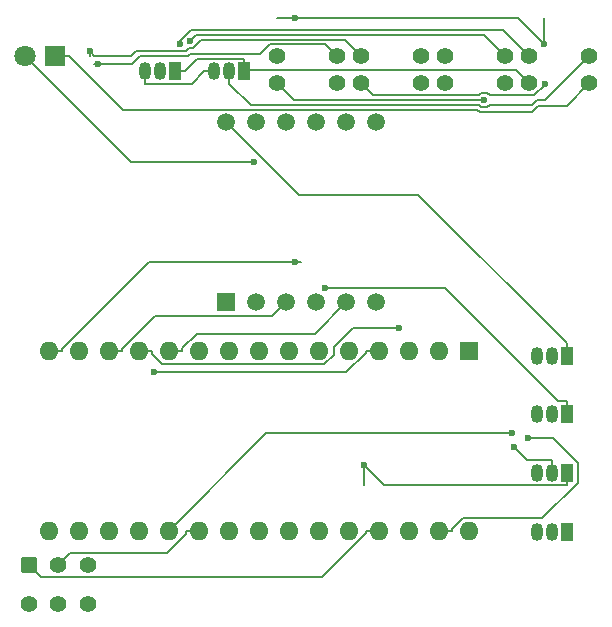
<source format=gbr>
%TF.GenerationSoftware,KiCad,Pcbnew,9.0.4*%
%TF.CreationDate,2025-09-23T13:55:46-04:00*%
%TF.ProjectId,Thermometer,54686572-6d6f-46d6-9574-65722e6b6963,rev?*%
%TF.SameCoordinates,Original*%
%TF.FileFunction,Copper,L1,Top*%
%TF.FilePolarity,Positive*%
%FSLAX46Y46*%
G04 Gerber Fmt 4.6, Leading zero omitted, Abs format (unit mm)*
G04 Created by KiCad (PCBNEW 9.0.4) date 2025-09-23 13:55:46*
%MOMM*%
%LPD*%
G01*
G04 APERTURE LIST*
G04 Aperture macros list*
%AMRoundRect*
0 Rectangle with rounded corners*
0 $1 Rounding radius*
0 $2 $3 $4 $5 $6 $7 $8 $9 X,Y pos of 4 corners*
0 Add a 4 corners polygon primitive as box body*
4,1,4,$2,$3,$4,$5,$6,$7,$8,$9,$2,$3,0*
0 Add four circle primitives for the rounded corners*
1,1,$1+$1,$2,$3*
1,1,$1+$1,$4,$5*
1,1,$1+$1,$6,$7*
1,1,$1+$1,$8,$9*
0 Add four rect primitives between the rounded corners*
20,1,$1+$1,$2,$3,$4,$5,0*
20,1,$1+$1,$4,$5,$6,$7,0*
20,1,$1+$1,$6,$7,$8,$9,0*
20,1,$1+$1,$8,$9,$2,$3,0*%
G04 Aperture macros list end*
%TA.AperFunction,ComponentPad*%
%ADD10O,1.050000X1.500000*%
%TD*%
%TA.AperFunction,ComponentPad*%
%ADD11R,1.050000X1.500000*%
%TD*%
%TA.AperFunction,ComponentPad*%
%ADD12O,1.600000X1.600000*%
%TD*%
%TA.AperFunction,ComponentPad*%
%ADD13R,1.600000X1.600000*%
%TD*%
%TA.AperFunction,ComponentPad*%
%ADD14C,1.400000*%
%TD*%
%TA.AperFunction,ComponentPad*%
%ADD15RoundRect,0.250000X-0.450000X-0.450000X0.450000X-0.450000X0.450000X0.450000X-0.450000X0.450000X0*%
%TD*%
%TA.AperFunction,ComponentPad*%
%ADD16C,1.500000*%
%TD*%
%TA.AperFunction,ComponentPad*%
%ADD17R,1.500000X1.500000*%
%TD*%
%TA.AperFunction,ComponentPad*%
%ADD18R,1.800000X1.800000*%
%TD*%
%TA.AperFunction,ComponentPad*%
%ADD19C,1.800000*%
%TD*%
%TA.AperFunction,ViaPad*%
%ADD20C,0.600000*%
%TD*%
%TA.AperFunction,Conductor*%
%ADD21C,0.200000*%
%TD*%
G04 APERTURE END LIST*
D10*
%TO.P,U2,3,V_{DD}*%
%TO.N,Net-(A1-+5V)*%
X103378000Y-72898000D03*
%TO.P,U2,2,DQ*%
%TO.N,Net-(U2-DQ)*%
X104648000Y-72898000D03*
D11*
%TO.P,U2,1,GND*%
%TO.N,Net-(SW1-C)*%
X105918000Y-72898000D03*
%TD*%
D12*
%TO.P,Arduino Nano,30,VIN*%
%TO.N,unconnected-(A1-VIN-Pad30)*%
X124940000Y-111832000D03*
%TO.P,Arduino Nano,29,GND*%
%TO.N,Net-(A1-GND-Pad29)*%
X122400000Y-111832000D03*
%TO.P,Arduino Nano,28,~{RESET}*%
%TO.N,unconnected-(A1-~{RESET}-Pad28)*%
X119860000Y-111832000D03*
%TO.P,Arduino Nano,27,+5V*%
%TO.N,Net-(A1-+5V)*%
X117320000Y-111832000D03*
%TO.P,Arduino Nano,26,A7*%
%TO.N,unconnected-(A1-A7-Pad26)*%
X114780000Y-111832000D03*
%TO.P,Arduino Nano,25,A6*%
%TO.N,unconnected-(A1-A6-Pad25)*%
X112240000Y-111832000D03*
%TO.P,Arduino Nano,24,A5*%
%TO.N,unconnected-(A1-A5-Pad24)*%
X109700000Y-111832000D03*
%TO.P,Arduino Nano,23,A4*%
%TO.N,unconnected-(A1-A4-Pad23)*%
X107160000Y-111832000D03*
%TO.P,Arduino Nano,22,A3*%
%TO.N,Net-(A1-A3)*%
X104620000Y-111832000D03*
%TO.P,Arduino Nano,21,A2*%
%TO.N,Net-(A1-A2)*%
X102080000Y-111832000D03*
%TO.P,Arduino Nano,20,A1*%
%TO.N,Net-(A1-A1)*%
X99540000Y-111832000D03*
%TO.P,Arduino Nano,19,A0*%
%TO.N,Net-(A1-A0)*%
X97000000Y-111832000D03*
%TO.P,Arduino Nano,18,AREF*%
%TO.N,unconnected-(A1-AREF-Pad18)*%
X94460000Y-111832000D03*
%TO.P,Arduino Nano,17,3V3*%
%TO.N,unconnected-(A1-3V3-Pad17)*%
X91920000Y-111832000D03*
%TO.P,Arduino Nano,16,D13*%
%TO.N,Net-(A1-D13)*%
X89380000Y-111832000D03*
%TO.P,Arduino Nano,15,D12*%
%TO.N,Net-(A1-D12)*%
X89380000Y-96592000D03*
%TO.P,Arduino Nano,14,D11*%
%TO.N,Net-(A1-D11)*%
X91920000Y-96592000D03*
%TO.P,Arduino Nano,13,D10*%
%TO.N,Net-(A1-D10)*%
X94460000Y-96592000D03*
%TO.P,Arduino Nano,12,D9*%
%TO.N,Net-(A1-D9)*%
X97000000Y-96592000D03*
%TO.P,Arduino Nano,11,D8*%
%TO.N,Net-(A1-D8)*%
X99540000Y-96592000D03*
%TO.P,Arduino Nano,10,D7*%
%TO.N,Net-(A1-D7)*%
X102080000Y-96592000D03*
%TO.P,Arduino Nano,9,D6*%
%TO.N,Net-(A1-D6)*%
X104620000Y-96592000D03*
%TO.P,Arduino Nano,8,D5*%
%TO.N,Net-(A1-D5)*%
X107160000Y-96592000D03*
%TO.P,Arduino Nano,7,D4*%
%TO.N,Net-(A1-D4)*%
X109700000Y-96592000D03*
%TO.P,Arduino Nano,6,D3*%
%TO.N,Net-(A1-D3)*%
X112240000Y-96592000D03*
%TO.P,Arduino Nano,5,D2*%
%TO.N,Net-(A1-D2)*%
X114780000Y-96592000D03*
%TO.P,Arduino Nano,4,GND*%
%TO.N,Net-(SW1-C)*%
X117320000Y-96592000D03*
%TO.P,Arduino Nano,3,~{RESET}*%
%TO.N,unconnected-(A1-~{RESET}-Pad3)*%
X119860000Y-96592000D03*
%TO.P,Arduino Nano,2,D0/RX*%
%TO.N,unconnected-(A1-D0{slash}RX-Pad2)*%
X122400000Y-96592000D03*
D13*
%TO.P,Arduino Nano,1,D1/TX*%
%TO.N,unconnected-(A1-D1{slash}TX-Pad1)*%
X124940000Y-96592000D03*
%TD*%
D14*
%TO.P,R10,2*%
%TO.N,Net-(Q4-B)*%
X120904000Y-71628000D03*
%TO.P,R10,1*%
%TO.N,Net-(A1-D13)*%
X115824000Y-71628000D03*
%TD*%
%TO.P,R9,2*%
%TO.N,Net-(Q3-B)*%
X108712000Y-73914000D03*
%TO.P,R9,1*%
%TO.N,Net-(A1-D12)*%
X113792000Y-73914000D03*
%TD*%
%TO.P,R8,2*%
%TO.N,Net-(Q2-B)*%
X108712000Y-71628000D03*
%TO.P,R8,1*%
%TO.N,Net-(A1-D11)*%
X113792000Y-71628000D03*
%TD*%
%TO.P,R7,1*%
%TO.N,Net-(U2-DQ)*%
X135128000Y-71628000D03*
%TO.P,R7,2*%
%TO.N,Net-(A1-A0)*%
X130048000Y-71628000D03*
%TD*%
%TO.P,R6,1*%
%TO.N,Net-(U3-DQ)*%
X128016000Y-71628000D03*
%TO.P,R6,2*%
%TO.N,Net-(A1-A1)*%
X122936000Y-71628000D03*
%TD*%
%TO.P,R5,1*%
%TO.N,Net-(A1-GND-Pad29)*%
X128016000Y-73914000D03*
%TO.P,R5,2*%
%TO.N,Net-(Q1-E)*%
X122936000Y-73914000D03*
%TD*%
%TO.P,R4,2*%
%TO.N,Net-(Q1-B)*%
X115824000Y-73914000D03*
%TO.P,R4,1*%
%TO.N,Net-(A1-D9)*%
X120904000Y-73914000D03*
%TD*%
%TO.P,R2,1*%
%TO.N,Net-(D1-K)*%
X135128000Y-73914000D03*
%TO.P,R2,2*%
%TO.N,Net-(SW1-C)*%
X130048000Y-73914000D03*
%TD*%
%TO.P,SW1,6*%
%TO.N,N/C*%
X87670000Y-117989500D03*
%TO.P,SW1,5*%
X90170000Y-117989500D03*
%TO.P,SW1,4*%
X92670000Y-117989500D03*
%TO.P,SW1,3,C*%
%TO.N,Net-(SW1-C)*%
X92670000Y-114689500D03*
%TO.P,SW1,2,B*%
%TO.N,Net-(A1-A2)*%
X90170000Y-114689500D03*
D15*
%TO.P,SW1,1,A*%
%TO.N,Net-(A1-+5V)*%
X87670000Y-114689500D03*
%TD*%
D10*
%TO.P,Q3,3,E*%
%TO.N,Net-(Q1-E)*%
X130730000Y-106890000D03*
%TO.P,Q3,2,B*%
%TO.N,Net-(Q3-B)*%
X132000000Y-106890000D03*
D11*
%TO.P,Q3,1,C*%
%TO.N,Net-(Q3-C)*%
X133270000Y-106890000D03*
%TD*%
D10*
%TO.P,Q2,3,E*%
%TO.N,Net-(Q1-E)*%
X130730000Y-101890000D03*
%TO.P,Q2,2,B*%
%TO.N,Net-(Q2-B)*%
X132000000Y-101890000D03*
D11*
%TO.P,Q2,1,C*%
%TO.N,Net-(Q2-C)*%
X133270000Y-101890000D03*
%TD*%
D10*
%TO.P,Q4,3,E*%
%TO.N,Net-(Q1-E)*%
X130730000Y-111890000D03*
%TO.P,Q4,2,B*%
%TO.N,Net-(Q4-B)*%
X132000000Y-111890000D03*
D11*
%TO.P,Q4,1,C*%
%TO.N,Net-(Q4-C)*%
X133270000Y-111890000D03*
%TD*%
D10*
%TO.P,Q1,3,E*%
%TO.N,Net-(Q1-E)*%
X130730000Y-97000000D03*
%TO.P,Q1,2,B*%
%TO.N,Net-(Q1-B)*%
X132000000Y-97000000D03*
D11*
%TO.P,Q1,1,C*%
%TO.N,Net-(Q1-C)*%
X133270000Y-97000000D03*
%TD*%
D10*
%TO.P,U3,3,V_{DD}*%
%TO.N,Net-(A1-+5V)*%
X97536000Y-72898000D03*
%TO.P,U3,2,DQ*%
%TO.N,Net-(U3-DQ)*%
X98806000Y-72898000D03*
D11*
%TO.P,U3,1,GND*%
%TO.N,Net-(SW1-C)*%
X100076000Y-72898000D03*
%TD*%
D16*
%TO.P,U1,12,CC1*%
%TO.N,Net-(Q1-C)*%
X104394000Y-77216000D03*
%TO.P,U1,11,a*%
%TO.N,Net-(A1-D2)*%
X106934000Y-77216000D03*
%TO.P,U1,10,f*%
%TO.N,Net-(A1-D7)*%
X109474000Y-77216000D03*
%TO.P,U1,9,CC2*%
%TO.N,Net-(Q2-C)*%
X112014000Y-77216000D03*
%TO.P,U1,8,CC3*%
%TO.N,Net-(Q3-C)*%
X114554000Y-77216000D03*
%TO.P,U1,7,b*%
%TO.N,Net-(A1-D3)*%
X117094000Y-77216000D03*
%TO.P,U1,6,CC4*%
%TO.N,Net-(Q4-C)*%
X117094000Y-92456000D03*
%TO.P,U1,5,g*%
%TO.N,Net-(A1-D8)*%
X114554000Y-92456000D03*
%TO.P,U1,4,c*%
%TO.N,Net-(A1-D4)*%
X112014000Y-92456000D03*
%TO.P,U1,3,DPX*%
%TO.N,Net-(A1-D10)*%
X109474000Y-92456000D03*
%TO.P,U1,2,d*%
%TO.N,Net-(A1-D5)*%
X106934000Y-92456000D03*
D17*
%TO.P,U1,1,e*%
%TO.N,Net-(A1-D6)*%
X104394000Y-92456000D03*
%TD*%
D18*
%TO.P,D1,1,K*%
%TO.N,Net-(D1-K)*%
X89916000Y-71628000D03*
D19*
%TO.P,D1,2,A*%
%TO.N,Net-(A1-A3)*%
X87376000Y-71628000D03*
%TD*%
D20*
%TO.N,Net-(U3-DQ)*%
X101298100Y-70344800D03*
%TO.N,Net-(Q3-C)*%
X116086400Y-106268800D03*
%TO.N,Net-(Q3-B)*%
X128760700Y-104747000D03*
X126257600Y-75364800D03*
%TO.N,Net-(Q2-C)*%
X112737400Y-91280200D03*
%TO.N,Net-(Q2-B)*%
X131306900Y-70568200D03*
X110236600Y-68393200D03*
%TO.N,Net-(Q1-B)*%
X131359600Y-73947500D03*
%TO.N,Net-(A1-A0)*%
X100476900Y-70598400D03*
%TO.N,Net-(A1-D13)*%
X92843900Y-71217300D03*
%TO.N,Net-(A1-A1)*%
X128571900Y-103567400D03*
%TO.N,Net-(A1-D9)*%
X119011300Y-94631600D03*
%TO.N,Net-(A1-D12)*%
X110236600Y-89051800D03*
%TO.N,Net-(A1-GND-Pad29)*%
X129959600Y-103927800D03*
%TO.N,Net-(A1-A3)*%
X106774700Y-80557800D03*
%TO.N,Net-(A1-D11)*%
X93546800Y-72274500D03*
%TO.N,Net-(SW1-C)*%
X98270000Y-98377900D03*
%TD*%
D21*
%TO.N,Net-(D1-K)*%
X89916000Y-71628000D02*
X91117700Y-71628000D01*
X133233700Y-75808300D02*
X135128000Y-73914000D01*
X130830800Y-75808300D02*
X133233700Y-75808300D01*
X130721000Y-75918100D02*
X130830800Y-75808300D01*
X130721000Y-75918100D02*
X130830800Y-75808300D01*
X95644700Y-76155000D02*
X91117700Y-71628000D01*
X125629000Y-76155000D02*
X95644700Y-76155000D01*
X125842200Y-76368200D02*
X125629000Y-76155000D01*
X130270900Y-76368200D02*
X125842200Y-76368200D01*
X130721000Y-75918100D02*
X130270900Y-76368200D01*
%TO.N,Net-(U3-DQ)*%
X126208500Y-69820500D02*
X128016000Y-71628000D01*
X101822400Y-69820500D02*
X126208500Y-69820500D01*
X101298100Y-70344800D02*
X101822400Y-69820500D01*
X101298100Y-70344800D02*
X101298100Y-70223600D01*
X101298100Y-70223600D02*
X101298100Y-70344800D01*
%TO.N,Net-(U2-DQ)*%
X104648000Y-72898000D02*
X104648000Y-73949700D01*
X130554700Y-75516400D02*
X130718000Y-75353100D01*
X130554700Y-75516400D02*
X130718000Y-75353100D01*
X131402900Y-75353100D02*
X135128000Y-71628000D01*
X130718000Y-75353100D02*
X131402900Y-75353100D01*
X130319300Y-75751800D02*
X130554700Y-75516400D01*
X126721500Y-75751800D02*
X130319300Y-75751800D01*
X126506800Y-75966500D02*
X126721500Y-75751800D01*
X126008500Y-75966500D02*
X126506800Y-75966500D01*
X125795300Y-75753300D02*
X126008500Y-75966500D01*
X106451600Y-75753300D02*
X125795300Y-75753300D01*
X104648000Y-73949700D02*
X106451600Y-75753300D01*
%TO.N,Net-(Q3-C)*%
X117759300Y-107941700D02*
X116086400Y-106268800D01*
X133270000Y-107941700D02*
X117759300Y-107941700D01*
X133270000Y-106890000D02*
X133270000Y-107941700D01*
X116086400Y-106268800D02*
X116086400Y-107941700D01*
X116086400Y-107941700D02*
X116086400Y-106268800D01*
%TO.N,Net-(Q3-B)*%
X129852000Y-105838300D02*
X128760700Y-104747000D01*
X132000000Y-105838300D02*
X129852000Y-105838300D01*
X110149600Y-75351600D02*
X108712000Y-73914000D01*
X126244400Y-75351600D02*
X110149600Y-75351600D01*
X126257600Y-75364800D02*
X126244400Y-75351600D01*
X132000000Y-106890000D02*
X132000000Y-105838300D01*
%TO.N,Net-(Q2-C)*%
X133270000Y-101890000D02*
X133270000Y-100838300D01*
X122886400Y-91280200D02*
X112737400Y-91280200D01*
X132444500Y-100838300D02*
X122886400Y-91280200D01*
X133270000Y-100838300D02*
X132444500Y-100838300D01*
%TO.N,Net-(Q2-B)*%
X129131900Y-68393200D02*
X110236600Y-68393200D01*
X131306900Y-70568200D02*
X129131900Y-68393200D01*
X110236600Y-68393200D02*
X108712000Y-68393200D01*
X108712000Y-68393200D02*
X110236600Y-68393200D01*
X131306900Y-70568200D02*
X131306900Y-68393200D01*
X131306900Y-68393200D02*
X131306900Y-70568200D01*
%TO.N,Net-(Q1-B)*%
X131359600Y-73947500D02*
X131359600Y-74034100D01*
X131359600Y-74034100D02*
X131359600Y-73947500D01*
X116859900Y-74949900D02*
X115824000Y-73914000D01*
X125821700Y-74949900D02*
X116859900Y-74949900D01*
X126008500Y-74763100D02*
X125821700Y-74949900D01*
X126506800Y-74763100D02*
X126008500Y-74763100D01*
X126695100Y-74951400D02*
X126506800Y-74763100D01*
X130442300Y-74951400D02*
X126695100Y-74951400D01*
X131359600Y-74034100D02*
X130442300Y-74951400D01*
X131359600Y-73947500D02*
X131359600Y-74034100D01*
%TO.N,Net-(Q1-C)*%
X110524200Y-83346200D02*
X104394000Y-77216000D01*
X120667900Y-83346200D02*
X110524200Y-83346200D01*
X133270000Y-95948300D02*
X120667900Y-83346200D01*
X133270000Y-97000000D02*
X133270000Y-95948300D01*
%TO.N,Net-(A1-D8)*%
X99540000Y-96592000D02*
X100641700Y-96592000D01*
X111889800Y-95120200D02*
X114554000Y-92456000D01*
X101885200Y-95120200D02*
X111889800Y-95120200D01*
X100641700Y-96363700D02*
X101885200Y-95120200D01*
X100641700Y-96592000D02*
X100641700Y-96363700D01*
%TO.N,Net-(A1-A0)*%
X100476900Y-70314400D02*
X100476900Y-70598400D01*
X101372500Y-69418800D02*
X100476900Y-70314400D01*
X127838800Y-69418800D02*
X101372500Y-69418800D01*
X130048000Y-71628000D02*
X127838800Y-69418800D01*
%TO.N,Net-(A1-D13)*%
X92843900Y-71217300D02*
X92843900Y-71601900D01*
X92843900Y-71601900D02*
X92843900Y-71217300D01*
X96509100Y-71435600D02*
X96344300Y-71600400D01*
X96509100Y-71435600D02*
X96344300Y-71600400D01*
X93227000Y-71600400D02*
X92843900Y-71217300D01*
X96344300Y-71600400D02*
X93227000Y-71600400D01*
X114419700Y-70223700D02*
X115824000Y-71628000D01*
X102270200Y-70223700D02*
X114419700Y-70223700D01*
X101547300Y-70946600D02*
X102270200Y-70223700D01*
X101264100Y-70946600D02*
X101547300Y-70946600D01*
X101010500Y-71200200D02*
X101264100Y-70946600D01*
X96744500Y-71200200D02*
X101010500Y-71200200D01*
X96509100Y-71435600D02*
X96744500Y-71200200D01*
%TO.N,Net-(A1-A1)*%
X107804600Y-103567400D02*
X99540000Y-111832000D01*
X128571900Y-103567400D02*
X107804600Y-103567400D01*
%TO.N,Net-(A1-D10)*%
X108284500Y-93645500D02*
X109474000Y-92456000D01*
X98370500Y-93645500D02*
X108284500Y-93645500D01*
X95561700Y-96454300D02*
X98370500Y-93645500D01*
X95561700Y-96592000D02*
X95561700Y-96454300D01*
X94460000Y-96592000D02*
X95561700Y-96592000D01*
%TO.N,Net-(A1-D9)*%
X98101700Y-96820300D02*
X98101700Y-96592000D01*
X98978000Y-97696600D02*
X98101700Y-96820300D01*
X112702600Y-97696600D02*
X98978000Y-97696600D01*
X113510000Y-96889200D02*
X112702600Y-97696600D01*
X113510000Y-96264600D02*
X113510000Y-96889200D01*
X115143000Y-94631600D02*
X113510000Y-96264600D01*
X119011300Y-94631600D02*
X115143000Y-94631600D01*
X97000000Y-96592000D02*
X98101700Y-96592000D01*
%TO.N,Net-(A1-D12)*%
X97884200Y-89051800D02*
X110236600Y-89051800D01*
X90481700Y-96454300D02*
X97884200Y-89051800D01*
X90481700Y-96592000D02*
X90481700Y-96454300D01*
X89380000Y-96592000D02*
X90481700Y-96592000D01*
X110236600Y-89051800D02*
X110744000Y-89051800D01*
X110744000Y-89051800D02*
X110236600Y-89051800D01*
%TO.N,Net-(A1-A2)*%
X100978300Y-112060300D02*
X100978300Y-111832000D01*
X99359900Y-113678700D02*
X100978300Y-112060300D01*
X91180800Y-113678700D02*
X99359900Y-113678700D01*
X90170000Y-114689500D02*
X91180800Y-113678700D01*
X102080000Y-111832000D02*
X100978300Y-111832000D01*
%TO.N,Net-(A1-GND-Pad29)*%
X132026700Y-103927800D02*
X129959600Y-103927800D01*
X134156100Y-106057200D02*
X132026700Y-103927800D01*
X134156100Y-107738600D02*
X134156100Y-106057200D01*
X131164400Y-110730300D02*
X134156100Y-107738600D01*
X124465600Y-110730300D02*
X131164400Y-110730300D01*
X123501700Y-111694200D02*
X124465600Y-110730300D01*
X123501700Y-111832000D02*
X123501700Y-111694200D01*
X122400000Y-111832000D02*
X123501700Y-111832000D01*
%TO.N,Net-(A1-A3)*%
X96305800Y-80557800D02*
X106774700Y-80557800D01*
X87376000Y-71628000D02*
X96305800Y-80557800D01*
%TO.N,Net-(A1-D11)*%
X93546800Y-72274500D02*
X93190200Y-72274500D01*
X93190200Y-72274500D02*
X93546800Y-72274500D01*
X112789400Y-70625400D02*
X113792000Y-71628000D01*
X108110500Y-70625400D02*
X112789400Y-70625400D01*
X107293700Y-71442200D02*
X108110500Y-70625400D01*
X101336500Y-71442200D02*
X107293700Y-71442200D01*
X101176800Y-71601900D02*
X101336500Y-71442200D01*
X97111000Y-71601900D02*
X101176800Y-71601900D01*
X96438400Y-72274500D02*
X97111000Y-71601900D01*
X93546800Y-72274500D02*
X96438400Y-72274500D01*
%TO.N,Net-(SW1-C)*%
X100076000Y-72898000D02*
X100902700Y-72898000D01*
X117320000Y-96592000D02*
X116218300Y-96592000D01*
X116218300Y-96729700D02*
X116218300Y-96592000D01*
X114570100Y-98377900D02*
X116218300Y-96729700D01*
X98270000Y-98377900D02*
X114570100Y-98377900D01*
X101954400Y-71846300D02*
X105918000Y-71846300D01*
X100902700Y-72898000D02*
X101954400Y-71846300D01*
X105918000Y-72898000D02*
X105918000Y-72561200D01*
X105918000Y-72561200D02*
X105918000Y-71846300D01*
X128905000Y-72771000D02*
X130048000Y-73914000D01*
X106127800Y-72771000D02*
X128905000Y-72771000D01*
X105918000Y-72561200D02*
X106127800Y-72771000D01*
%TO.N,Net-(A1-+5V)*%
X88699000Y-115718500D02*
X87670000Y-114689500D01*
X112469500Y-115718500D02*
X88699000Y-115718500D01*
X116218300Y-111969700D02*
X112469500Y-115718500D01*
X116218300Y-111832000D02*
X116218300Y-111969700D01*
X117320000Y-111832000D02*
X116218300Y-111832000D01*
X97536000Y-72898000D02*
X97536000Y-73949700D01*
X103378000Y-72898000D02*
X102551300Y-72898000D01*
X101499600Y-73949700D02*
X97536000Y-73949700D01*
X102551300Y-72898000D02*
X101499600Y-73949700D01*
%TD*%
M02*

</source>
